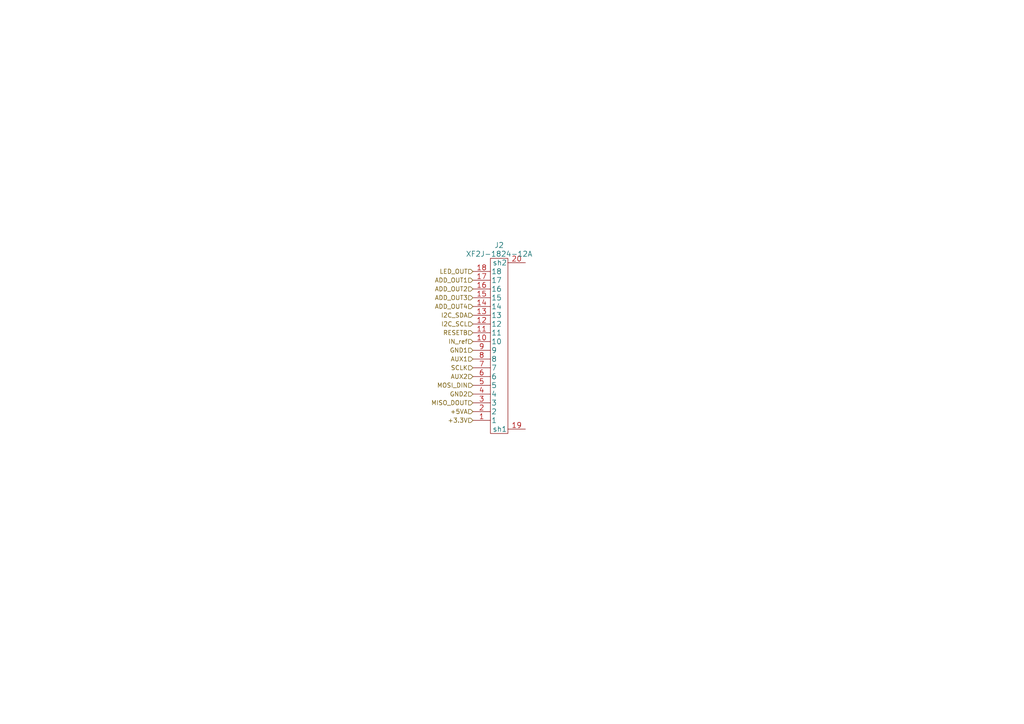
<source format=kicad_sch>
(kicad_sch (version 20230121) (generator eeschema)
  (paper "A4")
  (lib_symbols
    (symbol "00_custom:XF2J-1824-12A" (pin_names (offset 0.254))
      (property "Reference" "J" (at 11.43 -24.13 0))
      (property "Value" "XF2J-1824-12A" (at 20.32 -26.67 0))
      (symbol "XF2J-1824-12A_0_1"
        (rectangle (start 5.08 3.81) (end 10.16 -46.99))
      )
      (symbol "XF2J-1824-12A_1_1"
        (pin unspecified line (at 0 0 0) (length 5.08) (name "1") (number "1"))
        (pin unspecified line (at 0 -22.86 0) (length 5.08) (name "10") (number "10"))
        (pin unspecified line (at 0 -25.4 0) (length 5.08) (name "11") (number "11"))
        (pin unspecified line (at 0 -27.94 0) (length 5.08) (name "12") (number "12"))
        (pin unspecified line (at 0 -30.48 0) (length 5.08) (name "13") (number "13"))
        (pin unspecified line (at 0 -33.02 0) (length 5.08) (name "14") (number "14"))
        (pin unspecified line (at 0 -35.56 0) (length 5.08) (name "15") (number "15"))
        (pin unspecified line (at 0 -38.1 0) (length 5.08) (name "16") (number "16"))
        (pin unspecified line (at 0 -40.64 0) (length 5.08) (name "17") (number "17"))
        (pin unspecified line (at 0 -43.18 0) (length 5.08) (name "18") (number "18"))
        (pin unspecified line (at 15.24 2.54 180) (length 5.08) (name "sh1") (number "19"))
        (pin unspecified line (at 0 -2.54 0) (length 5.08) (name "2") (number "2"))
        (pin unspecified line (at 15.24 -45.72 180) (length 5.08) (name "sh2") (number "20"))
        (pin unspecified line (at 0 -5.08 0) (length 5.08) (name "3") (number "3"))
        (pin unspecified line (at 0 -7.62 0) (length 5.08) (name "4") (number "4"))
        (pin unspecified line (at 0 -10.16 0) (length 5.08) (name "5") (number "5"))
        (pin unspecified line (at 0 -12.7 0) (length 5.08) (name "6") (number "6"))
        (pin unspecified line (at 0 -15.24 0) (length 5.08) (name "7") (number "7"))
        (pin unspecified line (at 0 -17.78 0) (length 5.08) (name "8") (number "8"))
        (pin unspecified line (at 0 -20.32 0) (length 5.08) (name "9") (number "9"))
      )
    )
  )
  (hierarchical_label "ADD_OUT4" (shape input) (at 137.16 88.9 180))
  (hierarchical_label "LED_OUT" (shape input) (at 137.16 78.74 180))
  (hierarchical_label "+3.3V" (shape input) (at 137.16 121.92 180))
  (hierarchical_label "GND1" (shape input) (at 137.16 101.6 180))
  (hierarchical_label "IN_ref" (shape input) (at 137.16 99.06 180))
  (hierarchical_label "RESETB" (shape input) (at 137.16 96.52 180))
  (hierarchical_label "MISO_DOUT" (shape input) (at 137.16 116.84 180))
  (hierarchical_label "MOSI_DIN" (shape input) (at 137.16 111.76 180))
  (hierarchical_label "GND2" (shape input) (at 137.16 114.3 180))
  (hierarchical_label "SCLK" (shape input) (at 137.16 106.68 180))
  (hierarchical_label "+5VA" (shape input) (at 137.16 119.38 180))
  (hierarchical_label "ADD_OUT3" (shape input) (at 137.16 86.36 180))
  (hierarchical_label "AUX2" (shape input) (at 137.16 109.22 180))
  (hierarchical_label "ADD_OUT2" (shape input) (at 137.16 83.82 180))
  (hierarchical_label "AUX1" (shape input) (at 137.16 104.14 180))
  (hierarchical_label "ADD_OUT1" (shape input) (at 137.16 81.28 180))
  (hierarchical_label "I2C_SCL" (shape input) (at 137.16 93.98 180))
  (hierarchical_label "I2C_SDA" (shape input) (at 137.16 91.44 180))
  (symbol (lib_id "00_custom:XF2J-1824-12A") (at 137.16 121.92 0) (mirror x) (unit 1)
    (property "Reference" "J2" (at 144.78 71.12 0) (effects (font (size 1.524 1.524))))
    (property "Value" "XF2J-1824-12A" (at 144.78 73.66 0) (effects (font (size 1.524 1.524))))
    (property "Footprint" "00_custom-footprints:XF2J-1824-12A" (effects hide))
    (instances (project "clvHd_master_pico" (path "" (reference "J2") (unit 1)) (path "" (reference "J1") (unit 1))) (project "ads1293_logic_add" (path "" (reference "J_COM_OUT1") (unit 1)) (path "" (reference "J3") (unit 1))) (project "clvHd_master_teensy41" (path "" (reference "J1") (unit 1))))
  )
)
</source>
